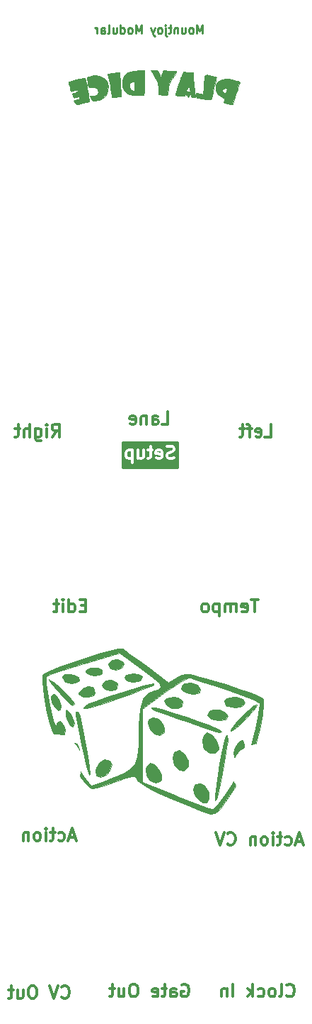
<source format=gbr>
G04 #@! TF.FileFunction,Legend,Bot*
%FSLAX46Y46*%
G04 Gerber Fmt 4.6, Leading zero omitted, Abs format (unit mm)*
G04 Created by KiCad (PCBNEW 4.0.7) date 11/03/18 15:48:41*
%MOMM*%
%LPD*%
G01*
G04 APERTURE LIST*
%ADD10C,0.100000*%
%ADD11C,0.250000*%
%ADD12C,0.300000*%
%ADD13C,0.010000*%
%ADD14C,0.254000*%
%ADD15C,7.100000*%
%ADD16C,7.400000*%
%ADD17C,6.400000*%
%ADD18C,3.600000*%
G04 APERTURE END LIST*
D10*
D11*
X129280953Y-43552381D02*
X129280953Y-42552381D01*
X128947619Y-43266667D01*
X128614286Y-42552381D01*
X128614286Y-43552381D01*
X127995239Y-43552381D02*
X128090477Y-43504762D01*
X128138096Y-43457143D01*
X128185715Y-43361905D01*
X128185715Y-43076190D01*
X128138096Y-42980952D01*
X128090477Y-42933333D01*
X127995239Y-42885714D01*
X127852381Y-42885714D01*
X127757143Y-42933333D01*
X127709524Y-42980952D01*
X127661905Y-43076190D01*
X127661905Y-43361905D01*
X127709524Y-43457143D01*
X127757143Y-43504762D01*
X127852381Y-43552381D01*
X127995239Y-43552381D01*
X126804762Y-42885714D02*
X126804762Y-43552381D01*
X127233334Y-42885714D02*
X127233334Y-43409524D01*
X127185715Y-43504762D01*
X127090477Y-43552381D01*
X126947619Y-43552381D01*
X126852381Y-43504762D01*
X126804762Y-43457143D01*
X126328572Y-42885714D02*
X126328572Y-43552381D01*
X126328572Y-42980952D02*
X126280953Y-42933333D01*
X126185715Y-42885714D01*
X126042857Y-42885714D01*
X125947619Y-42933333D01*
X125900000Y-43028571D01*
X125900000Y-43552381D01*
X125566667Y-42885714D02*
X125185715Y-42885714D01*
X125423810Y-42552381D02*
X125423810Y-43409524D01*
X125376191Y-43504762D01*
X125280953Y-43552381D01*
X125185715Y-43552381D01*
X124852381Y-42885714D02*
X124852381Y-43742857D01*
X124900000Y-43838095D01*
X124995238Y-43885714D01*
X125042857Y-43885714D01*
X124852381Y-42552381D02*
X124900000Y-42600000D01*
X124852381Y-42647619D01*
X124804762Y-42600000D01*
X124852381Y-42552381D01*
X124852381Y-42647619D01*
X124233334Y-43552381D02*
X124328572Y-43504762D01*
X124376191Y-43457143D01*
X124423810Y-43361905D01*
X124423810Y-43076190D01*
X124376191Y-42980952D01*
X124328572Y-42933333D01*
X124233334Y-42885714D01*
X124090476Y-42885714D01*
X123995238Y-42933333D01*
X123947619Y-42980952D01*
X123900000Y-43076190D01*
X123900000Y-43361905D01*
X123947619Y-43457143D01*
X123995238Y-43504762D01*
X124090476Y-43552381D01*
X124233334Y-43552381D01*
X123566667Y-42885714D02*
X123328572Y-43552381D01*
X123090476Y-42885714D02*
X123328572Y-43552381D01*
X123423810Y-43790476D01*
X123471429Y-43838095D01*
X123566667Y-43885714D01*
X121947619Y-43552381D02*
X121947619Y-42552381D01*
X121614285Y-43266667D01*
X121280952Y-42552381D01*
X121280952Y-43552381D01*
X120661905Y-43552381D02*
X120757143Y-43504762D01*
X120804762Y-43457143D01*
X120852381Y-43361905D01*
X120852381Y-43076190D01*
X120804762Y-42980952D01*
X120757143Y-42933333D01*
X120661905Y-42885714D01*
X120519047Y-42885714D01*
X120423809Y-42933333D01*
X120376190Y-42980952D01*
X120328571Y-43076190D01*
X120328571Y-43361905D01*
X120376190Y-43457143D01*
X120423809Y-43504762D01*
X120519047Y-43552381D01*
X120661905Y-43552381D01*
X119471428Y-43552381D02*
X119471428Y-42552381D01*
X119471428Y-43504762D02*
X119566666Y-43552381D01*
X119757143Y-43552381D01*
X119852381Y-43504762D01*
X119900000Y-43457143D01*
X119947619Y-43361905D01*
X119947619Y-43076190D01*
X119900000Y-42980952D01*
X119852381Y-42933333D01*
X119757143Y-42885714D01*
X119566666Y-42885714D01*
X119471428Y-42933333D01*
X118566666Y-42885714D02*
X118566666Y-43552381D01*
X118995238Y-42885714D02*
X118995238Y-43409524D01*
X118947619Y-43504762D01*
X118852381Y-43552381D01*
X118709523Y-43552381D01*
X118614285Y-43504762D01*
X118566666Y-43457143D01*
X117947619Y-43552381D02*
X118042857Y-43504762D01*
X118090476Y-43409524D01*
X118090476Y-42552381D01*
X117138094Y-43552381D02*
X117138094Y-43028571D01*
X117185713Y-42933333D01*
X117280951Y-42885714D01*
X117471428Y-42885714D01*
X117566666Y-42933333D01*
X117138094Y-43504762D02*
X117233332Y-43552381D01*
X117471428Y-43552381D01*
X117566666Y-43504762D01*
X117614285Y-43409524D01*
X117614285Y-43314286D01*
X117566666Y-43219048D01*
X117471428Y-43171429D01*
X117233332Y-43171429D01*
X117138094Y-43123810D01*
X116661904Y-43552381D02*
X116661904Y-42885714D01*
X116661904Y-43076190D02*
X116614285Y-42980952D01*
X116566666Y-42933333D01*
X116471428Y-42885714D01*
X116376189Y-42885714D01*
D12*
X114042857Y-139450000D02*
X113328571Y-139450000D01*
X114185714Y-139878571D02*
X113685714Y-138378571D01*
X113185714Y-139878571D01*
X112042857Y-139807143D02*
X112185714Y-139878571D01*
X112471428Y-139878571D01*
X112614286Y-139807143D01*
X112685714Y-139735714D01*
X112757143Y-139592857D01*
X112757143Y-139164286D01*
X112685714Y-139021429D01*
X112614286Y-138950000D01*
X112471428Y-138878571D01*
X112185714Y-138878571D01*
X112042857Y-138950000D01*
X111614286Y-138878571D02*
X111042857Y-138878571D01*
X111400000Y-138378571D02*
X111400000Y-139664286D01*
X111328572Y-139807143D01*
X111185714Y-139878571D01*
X111042857Y-139878571D01*
X110542857Y-139878571D02*
X110542857Y-138878571D01*
X110542857Y-138378571D02*
X110614286Y-138450000D01*
X110542857Y-138521429D01*
X110471429Y-138450000D01*
X110542857Y-138378571D01*
X110542857Y-138521429D01*
X109614285Y-139878571D02*
X109757143Y-139807143D01*
X109828571Y-139735714D01*
X109900000Y-139592857D01*
X109900000Y-139164286D01*
X109828571Y-139021429D01*
X109757143Y-138950000D01*
X109614285Y-138878571D01*
X109400000Y-138878571D01*
X109257143Y-138950000D01*
X109185714Y-139021429D01*
X109114285Y-139164286D01*
X109114285Y-139592857D01*
X109185714Y-139735714D01*
X109257143Y-139807143D01*
X109400000Y-139878571D01*
X109614285Y-139878571D01*
X108471428Y-138878571D02*
X108471428Y-139878571D01*
X108471428Y-139021429D02*
X108400000Y-138950000D01*
X108257142Y-138878571D01*
X108042857Y-138878571D01*
X107900000Y-138950000D01*
X107828571Y-139092857D01*
X107828571Y-139878571D01*
X141207143Y-139950000D02*
X140492857Y-139950000D01*
X141350000Y-140378571D02*
X140850000Y-138878571D01*
X140350000Y-140378571D01*
X139207143Y-140307143D02*
X139350000Y-140378571D01*
X139635714Y-140378571D01*
X139778572Y-140307143D01*
X139850000Y-140235714D01*
X139921429Y-140092857D01*
X139921429Y-139664286D01*
X139850000Y-139521429D01*
X139778572Y-139450000D01*
X139635714Y-139378571D01*
X139350000Y-139378571D01*
X139207143Y-139450000D01*
X138778572Y-139378571D02*
X138207143Y-139378571D01*
X138564286Y-138878571D02*
X138564286Y-140164286D01*
X138492858Y-140307143D01*
X138350000Y-140378571D01*
X138207143Y-140378571D01*
X137707143Y-140378571D02*
X137707143Y-139378571D01*
X137707143Y-138878571D02*
X137778572Y-138950000D01*
X137707143Y-139021429D01*
X137635715Y-138950000D01*
X137707143Y-138878571D01*
X137707143Y-139021429D01*
X136778571Y-140378571D02*
X136921429Y-140307143D01*
X136992857Y-140235714D01*
X137064286Y-140092857D01*
X137064286Y-139664286D01*
X136992857Y-139521429D01*
X136921429Y-139450000D01*
X136778571Y-139378571D01*
X136564286Y-139378571D01*
X136421429Y-139450000D01*
X136350000Y-139521429D01*
X136278571Y-139664286D01*
X136278571Y-140092857D01*
X136350000Y-140235714D01*
X136421429Y-140307143D01*
X136564286Y-140378571D01*
X136778571Y-140378571D01*
X135635714Y-139378571D02*
X135635714Y-140378571D01*
X135635714Y-139521429D02*
X135564286Y-139450000D01*
X135421428Y-139378571D01*
X135207143Y-139378571D01*
X135064286Y-139450000D01*
X134992857Y-139592857D01*
X134992857Y-140378571D01*
X132278571Y-140235714D02*
X132350000Y-140307143D01*
X132564286Y-140378571D01*
X132707143Y-140378571D01*
X132921428Y-140307143D01*
X133064286Y-140164286D01*
X133135714Y-140021429D01*
X133207143Y-139735714D01*
X133207143Y-139521429D01*
X133135714Y-139235714D01*
X133064286Y-139092857D01*
X132921428Y-138950000D01*
X132707143Y-138878571D01*
X132564286Y-138878571D01*
X132350000Y-138950000D01*
X132278571Y-139021429D01*
X131850000Y-138878571D02*
X131350000Y-140378571D01*
X130850000Y-138878571D01*
X115285714Y-111792857D02*
X114785714Y-111792857D01*
X114571428Y-112578571D02*
X115285714Y-112578571D01*
X115285714Y-111078571D01*
X114571428Y-111078571D01*
X113285714Y-112578571D02*
X113285714Y-111078571D01*
X113285714Y-112507143D02*
X113428571Y-112578571D01*
X113714285Y-112578571D01*
X113857143Y-112507143D01*
X113928571Y-112435714D01*
X114000000Y-112292857D01*
X114000000Y-111864286D01*
X113928571Y-111721429D01*
X113857143Y-111650000D01*
X113714285Y-111578571D01*
X113428571Y-111578571D01*
X113285714Y-111650000D01*
X112571428Y-112578571D02*
X112571428Y-111578571D01*
X112571428Y-111078571D02*
X112642857Y-111150000D01*
X112571428Y-111221429D01*
X112500000Y-111150000D01*
X112571428Y-111078571D01*
X112571428Y-111221429D01*
X112071428Y-111578571D02*
X111499999Y-111578571D01*
X111857142Y-111078571D02*
X111857142Y-112364286D01*
X111785714Y-112507143D01*
X111642856Y-112578571D01*
X111499999Y-112578571D01*
X135928571Y-111078571D02*
X135071428Y-111078571D01*
X135499999Y-112578571D02*
X135499999Y-111078571D01*
X134000000Y-112507143D02*
X134142857Y-112578571D01*
X134428571Y-112578571D01*
X134571428Y-112507143D01*
X134642857Y-112364286D01*
X134642857Y-111792857D01*
X134571428Y-111650000D01*
X134428571Y-111578571D01*
X134142857Y-111578571D01*
X134000000Y-111650000D01*
X133928571Y-111792857D01*
X133928571Y-111935714D01*
X134642857Y-112078571D01*
X133285714Y-112578571D02*
X133285714Y-111578571D01*
X133285714Y-111721429D02*
X133214286Y-111650000D01*
X133071428Y-111578571D01*
X132857143Y-111578571D01*
X132714286Y-111650000D01*
X132642857Y-111792857D01*
X132642857Y-112578571D01*
X132642857Y-111792857D02*
X132571428Y-111650000D01*
X132428571Y-111578571D01*
X132214286Y-111578571D01*
X132071428Y-111650000D01*
X132000000Y-111792857D01*
X132000000Y-112578571D01*
X131285714Y-111578571D02*
X131285714Y-113078571D01*
X131285714Y-111650000D02*
X131142857Y-111578571D01*
X130857143Y-111578571D01*
X130714286Y-111650000D01*
X130642857Y-111721429D01*
X130571428Y-111864286D01*
X130571428Y-112292857D01*
X130642857Y-112435714D01*
X130714286Y-112507143D01*
X130857143Y-112578571D01*
X131142857Y-112578571D01*
X131285714Y-112507143D01*
X129714285Y-112578571D02*
X129857143Y-112507143D01*
X129928571Y-112435714D01*
X130000000Y-112292857D01*
X130000000Y-111864286D01*
X129928571Y-111721429D01*
X129857143Y-111650000D01*
X129714285Y-111578571D01*
X129500000Y-111578571D01*
X129357143Y-111650000D01*
X129285714Y-111721429D01*
X129214285Y-111864286D01*
X129214285Y-112292857D01*
X129285714Y-112435714D01*
X129357143Y-112507143D01*
X129500000Y-112578571D01*
X129714285Y-112578571D01*
X124435714Y-90178571D02*
X125150000Y-90178571D01*
X125150000Y-88678571D01*
X123292857Y-90178571D02*
X123292857Y-89392857D01*
X123364286Y-89250000D01*
X123507143Y-89178571D01*
X123792857Y-89178571D01*
X123935714Y-89250000D01*
X123292857Y-90107143D02*
X123435714Y-90178571D01*
X123792857Y-90178571D01*
X123935714Y-90107143D01*
X124007143Y-89964286D01*
X124007143Y-89821429D01*
X123935714Y-89678571D01*
X123792857Y-89607143D01*
X123435714Y-89607143D01*
X123292857Y-89535714D01*
X122578571Y-89178571D02*
X122578571Y-90178571D01*
X122578571Y-89321429D02*
X122507143Y-89250000D01*
X122364285Y-89178571D01*
X122150000Y-89178571D01*
X122007143Y-89250000D01*
X121935714Y-89392857D01*
X121935714Y-90178571D01*
X120650000Y-90107143D02*
X120792857Y-90178571D01*
X121078571Y-90178571D01*
X121221428Y-90107143D01*
X121292857Y-89964286D01*
X121292857Y-89392857D01*
X121221428Y-89250000D01*
X121078571Y-89178571D01*
X120792857Y-89178571D01*
X120650000Y-89250000D01*
X120578571Y-89392857D01*
X120578571Y-89535714D01*
X121292857Y-89678571D01*
X111278571Y-91678571D02*
X111778571Y-90964286D01*
X112135714Y-91678571D02*
X112135714Y-90178571D01*
X111564286Y-90178571D01*
X111421428Y-90250000D01*
X111350000Y-90321429D01*
X111278571Y-90464286D01*
X111278571Y-90678571D01*
X111350000Y-90821429D01*
X111421428Y-90892857D01*
X111564286Y-90964286D01*
X112135714Y-90964286D01*
X110635714Y-91678571D02*
X110635714Y-90678571D01*
X110635714Y-90178571D02*
X110707143Y-90250000D01*
X110635714Y-90321429D01*
X110564286Y-90250000D01*
X110635714Y-90178571D01*
X110635714Y-90321429D01*
X109278571Y-90678571D02*
X109278571Y-91892857D01*
X109350000Y-92035714D01*
X109421428Y-92107143D01*
X109564285Y-92178571D01*
X109778571Y-92178571D01*
X109921428Y-92107143D01*
X109278571Y-91607143D02*
X109421428Y-91678571D01*
X109707142Y-91678571D01*
X109850000Y-91607143D01*
X109921428Y-91535714D01*
X109992857Y-91392857D01*
X109992857Y-90964286D01*
X109921428Y-90821429D01*
X109850000Y-90750000D01*
X109707142Y-90678571D01*
X109421428Y-90678571D01*
X109278571Y-90750000D01*
X108564285Y-91678571D02*
X108564285Y-90178571D01*
X107921428Y-91678571D02*
X107921428Y-90892857D01*
X107992857Y-90750000D01*
X108135714Y-90678571D01*
X108349999Y-90678571D01*
X108492857Y-90750000D01*
X108564285Y-90821429D01*
X107421428Y-90678571D02*
X106849999Y-90678571D01*
X107207142Y-90178571D02*
X107207142Y-91464286D01*
X107135714Y-91607143D01*
X106992856Y-91678571D01*
X106849999Y-91678571D01*
X136735714Y-91678571D02*
X137450000Y-91678571D01*
X137450000Y-90178571D01*
X135664286Y-91607143D02*
X135807143Y-91678571D01*
X136092857Y-91678571D01*
X136235714Y-91607143D01*
X136307143Y-91464286D01*
X136307143Y-90892857D01*
X136235714Y-90750000D01*
X136092857Y-90678571D01*
X135807143Y-90678571D01*
X135664286Y-90750000D01*
X135592857Y-90892857D01*
X135592857Y-91035714D01*
X136307143Y-91178571D01*
X135164286Y-90678571D02*
X134592857Y-90678571D01*
X134950000Y-91678571D02*
X134950000Y-90392857D01*
X134878572Y-90250000D01*
X134735714Y-90178571D01*
X134592857Y-90178571D01*
X134307143Y-90678571D02*
X133735714Y-90678571D01*
X134092857Y-90178571D02*
X134092857Y-91464286D01*
X134021429Y-91607143D01*
X133878571Y-91678571D01*
X133735714Y-91678571D01*
X126821429Y-157050000D02*
X126964286Y-156978571D01*
X127178572Y-156978571D01*
X127392857Y-157050000D01*
X127535715Y-157192857D01*
X127607143Y-157335714D01*
X127678572Y-157621429D01*
X127678572Y-157835714D01*
X127607143Y-158121429D01*
X127535715Y-158264286D01*
X127392857Y-158407143D01*
X127178572Y-158478571D01*
X127035715Y-158478571D01*
X126821429Y-158407143D01*
X126750000Y-158335714D01*
X126750000Y-157835714D01*
X127035715Y-157835714D01*
X125464286Y-158478571D02*
X125464286Y-157692857D01*
X125535715Y-157550000D01*
X125678572Y-157478571D01*
X125964286Y-157478571D01*
X126107143Y-157550000D01*
X125464286Y-158407143D02*
X125607143Y-158478571D01*
X125964286Y-158478571D01*
X126107143Y-158407143D01*
X126178572Y-158264286D01*
X126178572Y-158121429D01*
X126107143Y-157978571D01*
X125964286Y-157907143D01*
X125607143Y-157907143D01*
X125464286Y-157835714D01*
X124964286Y-157478571D02*
X124392857Y-157478571D01*
X124750000Y-156978571D02*
X124750000Y-158264286D01*
X124678572Y-158407143D01*
X124535714Y-158478571D01*
X124392857Y-158478571D01*
X123321429Y-158407143D02*
X123464286Y-158478571D01*
X123750000Y-158478571D01*
X123892857Y-158407143D01*
X123964286Y-158264286D01*
X123964286Y-157692857D01*
X123892857Y-157550000D01*
X123750000Y-157478571D01*
X123464286Y-157478571D01*
X123321429Y-157550000D01*
X123250000Y-157692857D01*
X123250000Y-157835714D01*
X123964286Y-157978571D01*
X121178572Y-156978571D02*
X120892858Y-156978571D01*
X120750000Y-157050000D01*
X120607143Y-157192857D01*
X120535715Y-157478571D01*
X120535715Y-157978571D01*
X120607143Y-158264286D01*
X120750000Y-158407143D01*
X120892858Y-158478571D01*
X121178572Y-158478571D01*
X121321429Y-158407143D01*
X121464286Y-158264286D01*
X121535715Y-157978571D01*
X121535715Y-157478571D01*
X121464286Y-157192857D01*
X121321429Y-157050000D01*
X121178572Y-156978571D01*
X119250000Y-157478571D02*
X119250000Y-158478571D01*
X119892857Y-157478571D02*
X119892857Y-158264286D01*
X119821429Y-158407143D01*
X119678571Y-158478571D01*
X119464286Y-158478571D01*
X119321429Y-158407143D01*
X119250000Y-158335714D01*
X118750000Y-157478571D02*
X118178571Y-157478571D01*
X118535714Y-156978571D02*
X118535714Y-158264286D01*
X118464286Y-158407143D01*
X118321428Y-158478571D01*
X118178571Y-158478571D01*
X112442857Y-158535714D02*
X112514286Y-158607143D01*
X112728572Y-158678571D01*
X112871429Y-158678571D01*
X113085714Y-158607143D01*
X113228572Y-158464286D01*
X113300000Y-158321429D01*
X113371429Y-158035714D01*
X113371429Y-157821429D01*
X113300000Y-157535714D01*
X113228572Y-157392857D01*
X113085714Y-157250000D01*
X112871429Y-157178571D01*
X112728572Y-157178571D01*
X112514286Y-157250000D01*
X112442857Y-157321429D01*
X112014286Y-157178571D02*
X111514286Y-158678571D01*
X111014286Y-157178571D01*
X109085715Y-157178571D02*
X108800001Y-157178571D01*
X108657143Y-157250000D01*
X108514286Y-157392857D01*
X108442858Y-157678571D01*
X108442858Y-158178571D01*
X108514286Y-158464286D01*
X108657143Y-158607143D01*
X108800001Y-158678571D01*
X109085715Y-158678571D01*
X109228572Y-158607143D01*
X109371429Y-158464286D01*
X109442858Y-158178571D01*
X109442858Y-157678571D01*
X109371429Y-157392857D01*
X109228572Y-157250000D01*
X109085715Y-157178571D01*
X107157143Y-157678571D02*
X107157143Y-158678571D01*
X107800000Y-157678571D02*
X107800000Y-158464286D01*
X107728572Y-158607143D01*
X107585714Y-158678571D01*
X107371429Y-158678571D01*
X107228572Y-158607143D01*
X107157143Y-158535714D01*
X106657143Y-157678571D02*
X106085714Y-157678571D01*
X106442857Y-157178571D02*
X106442857Y-158464286D01*
X106371429Y-158607143D01*
X106228571Y-158678571D01*
X106085714Y-158678571D01*
X139364285Y-158335714D02*
X139435714Y-158407143D01*
X139650000Y-158478571D01*
X139792857Y-158478571D01*
X140007142Y-158407143D01*
X140150000Y-158264286D01*
X140221428Y-158121429D01*
X140292857Y-157835714D01*
X140292857Y-157621429D01*
X140221428Y-157335714D01*
X140150000Y-157192857D01*
X140007142Y-157050000D01*
X139792857Y-156978571D01*
X139650000Y-156978571D01*
X139435714Y-157050000D01*
X139364285Y-157121429D01*
X138507142Y-158478571D02*
X138650000Y-158407143D01*
X138721428Y-158264286D01*
X138721428Y-156978571D01*
X137721428Y-158478571D02*
X137864286Y-158407143D01*
X137935714Y-158335714D01*
X138007143Y-158192857D01*
X138007143Y-157764286D01*
X137935714Y-157621429D01*
X137864286Y-157550000D01*
X137721428Y-157478571D01*
X137507143Y-157478571D01*
X137364286Y-157550000D01*
X137292857Y-157621429D01*
X137221428Y-157764286D01*
X137221428Y-158192857D01*
X137292857Y-158335714D01*
X137364286Y-158407143D01*
X137507143Y-158478571D01*
X137721428Y-158478571D01*
X135935714Y-158407143D02*
X136078571Y-158478571D01*
X136364285Y-158478571D01*
X136507143Y-158407143D01*
X136578571Y-158335714D01*
X136650000Y-158192857D01*
X136650000Y-157764286D01*
X136578571Y-157621429D01*
X136507143Y-157550000D01*
X136364285Y-157478571D01*
X136078571Y-157478571D01*
X135935714Y-157550000D01*
X135292857Y-158478571D02*
X135292857Y-156978571D01*
X135150000Y-157907143D02*
X134721429Y-158478571D01*
X134721429Y-157478571D02*
X135292857Y-158050000D01*
X132935714Y-158478571D02*
X132935714Y-156978571D01*
X132221428Y-157478571D02*
X132221428Y-158478571D01*
X132221428Y-157621429D02*
X132150000Y-157550000D01*
X132007142Y-157478571D01*
X131792857Y-157478571D01*
X131650000Y-157550000D01*
X131578571Y-157692857D01*
X131578571Y-158478571D01*
D13*
G36*
X118197985Y-117182178D02*
X116846266Y-117545699D01*
X115304942Y-118016276D01*
X113728790Y-118542989D01*
X112272586Y-119074921D01*
X111091106Y-119561155D01*
X110339127Y-119950772D01*
X110155309Y-120124393D01*
X110119064Y-120727802D01*
X110214660Y-121809528D01*
X110408959Y-123161890D01*
X110668825Y-124577208D01*
X110961118Y-125847803D01*
X111188563Y-126600000D01*
X111635758Y-127582129D01*
X112324881Y-128807825D01*
X113159095Y-130136049D01*
X114041560Y-131425764D01*
X114875436Y-132535933D01*
X115563886Y-133325519D01*
X116010071Y-133653483D01*
X116033037Y-133655556D01*
X116675184Y-133535813D01*
X117735137Y-133222916D01*
X118900020Y-132815006D01*
X120087203Y-132379026D01*
X120785203Y-132184352D01*
X121164522Y-132222037D01*
X121395661Y-132483136D01*
X121500606Y-132678564D01*
X121944318Y-133052420D01*
X122909509Y-133605475D01*
X124255523Y-134273228D01*
X125841706Y-134991181D01*
X127527401Y-135694836D01*
X129171955Y-136319695D01*
X130203766Y-136669469D01*
X130770273Y-136591116D01*
X131441864Y-135960018D01*
X131815449Y-135460472D01*
X133209063Y-133412703D01*
X134237033Y-131734817D01*
X134983421Y-130253033D01*
X135532290Y-128793568D01*
X135967701Y-127182639D01*
X136095689Y-126611908D01*
X136434731Y-124838942D01*
X136575453Y-123605397D01*
X136152777Y-123605397D01*
X136076152Y-124160395D01*
X135871865Y-125209065D01*
X135578300Y-126559339D01*
X135456588Y-127088997D01*
X134977630Y-128842719D01*
X134370909Y-130369141D01*
X133507903Y-131957816D01*
X132788527Y-133099881D01*
X131935214Y-134362655D01*
X131199131Y-135366911D01*
X130675888Y-135986930D01*
X130487894Y-136125000D01*
X130050511Y-136000374D01*
X129097588Y-135660516D01*
X127766969Y-135156453D01*
X126196499Y-134539216D01*
X126100401Y-134500796D01*
X122041666Y-132876592D01*
X122041666Y-124179028D01*
X124706540Y-122232893D01*
X125719051Y-121531773D01*
X124303785Y-121531773D01*
X124021285Y-121827681D01*
X123516443Y-121949824D01*
X122702901Y-122267942D01*
X122146034Y-122998650D01*
X121811500Y-124227494D01*
X121664961Y-126040022D01*
X121653724Y-126590301D01*
X121614555Y-128466652D01*
X121499036Y-129780061D01*
X121232807Y-130673139D01*
X120741508Y-131288496D01*
X119950780Y-131768745D01*
X118786265Y-132256496D01*
X118677027Y-132299215D01*
X117461830Y-132765169D01*
X116513276Y-133112867D01*
X116012676Y-133276143D01*
X115987873Y-133280597D01*
X115704738Y-133013780D01*
X115160051Y-132285583D01*
X114458003Y-131237984D01*
X114256709Y-130921528D01*
X113470591Y-129675041D01*
X112769025Y-128567824D01*
X112286813Y-127812530D01*
X112240298Y-127740520D01*
X111915069Y-127184109D01*
X112012283Y-127068207D01*
X112295768Y-127160902D01*
X112781588Y-127161892D01*
X112820127Y-126619098D01*
X112655312Y-126099687D01*
X112274852Y-125588072D01*
X111898919Y-125730590D01*
X111747495Y-126140631D01*
X111633562Y-126091783D01*
X111422612Y-125467365D01*
X111150267Y-124384785D01*
X110985988Y-123630716D01*
X110730228Y-122222711D01*
X110591145Y-121078672D01*
X110586564Y-120370600D01*
X110634499Y-120238676D01*
X111069551Y-120032966D01*
X112040770Y-119678722D01*
X113406902Y-119224672D01*
X115026694Y-118719539D01*
X115121329Y-118690943D01*
X119313491Y-117426370D01*
X121906071Y-119279157D01*
X123277371Y-120309243D01*
X124066212Y-121042871D01*
X124303785Y-121531773D01*
X125719051Y-121531773D01*
X125911283Y-121398661D01*
X126930795Y-120776384D01*
X127616878Y-120452569D01*
X127793345Y-120431080D01*
X128280935Y-120590450D01*
X129290627Y-120915670D01*
X130672232Y-121358495D01*
X132184028Y-121841482D01*
X134114727Y-122500140D01*
X135421375Y-123042952D01*
X136077095Y-123457974D01*
X136152777Y-123605397D01*
X136575453Y-123605397D01*
X136577770Y-123585091D01*
X136517314Y-122921602D01*
X136488567Y-122875364D01*
X136042398Y-122627930D01*
X135056981Y-122234066D01*
X133670458Y-121744700D01*
X132020970Y-121210765D01*
X131730333Y-121121063D01*
X129923529Y-120572677D01*
X128657096Y-120215708D01*
X127797691Y-120032005D01*
X127211972Y-120003418D01*
X126766596Y-120111795D01*
X126328220Y-120338987D01*
X126263704Y-120376945D01*
X125225775Y-120990065D01*
X122663582Y-119101902D01*
X121478936Y-118234408D01*
X120488741Y-117519432D01*
X119845905Y-117066956D01*
X119713503Y-116979970D01*
X119205323Y-116976629D01*
X118197985Y-117182178D01*
X118197985Y-117182178D01*
G37*
X118197985Y-117182178D02*
X116846266Y-117545699D01*
X115304942Y-118016276D01*
X113728790Y-118542989D01*
X112272586Y-119074921D01*
X111091106Y-119561155D01*
X110339127Y-119950772D01*
X110155309Y-120124393D01*
X110119064Y-120727802D01*
X110214660Y-121809528D01*
X110408959Y-123161890D01*
X110668825Y-124577208D01*
X110961118Y-125847803D01*
X111188563Y-126600000D01*
X111635758Y-127582129D01*
X112324881Y-128807825D01*
X113159095Y-130136049D01*
X114041560Y-131425764D01*
X114875436Y-132535933D01*
X115563886Y-133325519D01*
X116010071Y-133653483D01*
X116033037Y-133655556D01*
X116675184Y-133535813D01*
X117735137Y-133222916D01*
X118900020Y-132815006D01*
X120087203Y-132379026D01*
X120785203Y-132184352D01*
X121164522Y-132222037D01*
X121395661Y-132483136D01*
X121500606Y-132678564D01*
X121944318Y-133052420D01*
X122909509Y-133605475D01*
X124255523Y-134273228D01*
X125841706Y-134991181D01*
X127527401Y-135694836D01*
X129171955Y-136319695D01*
X130203766Y-136669469D01*
X130770273Y-136591116D01*
X131441864Y-135960018D01*
X131815449Y-135460472D01*
X133209063Y-133412703D01*
X134237033Y-131734817D01*
X134983421Y-130253033D01*
X135532290Y-128793568D01*
X135967701Y-127182639D01*
X136095689Y-126611908D01*
X136434731Y-124838942D01*
X136575453Y-123605397D01*
X136152777Y-123605397D01*
X136076152Y-124160395D01*
X135871865Y-125209065D01*
X135578300Y-126559339D01*
X135456588Y-127088997D01*
X134977630Y-128842719D01*
X134370909Y-130369141D01*
X133507903Y-131957816D01*
X132788527Y-133099881D01*
X131935214Y-134362655D01*
X131199131Y-135366911D01*
X130675888Y-135986930D01*
X130487894Y-136125000D01*
X130050511Y-136000374D01*
X129097588Y-135660516D01*
X127766969Y-135156453D01*
X126196499Y-134539216D01*
X126100401Y-134500796D01*
X122041666Y-132876592D01*
X122041666Y-124179028D01*
X124706540Y-122232893D01*
X125719051Y-121531773D01*
X124303785Y-121531773D01*
X124021285Y-121827681D01*
X123516443Y-121949824D01*
X122702901Y-122267942D01*
X122146034Y-122998650D01*
X121811500Y-124227494D01*
X121664961Y-126040022D01*
X121653724Y-126590301D01*
X121614555Y-128466652D01*
X121499036Y-129780061D01*
X121232807Y-130673139D01*
X120741508Y-131288496D01*
X119950780Y-131768745D01*
X118786265Y-132256496D01*
X118677027Y-132299215D01*
X117461830Y-132765169D01*
X116513276Y-133112867D01*
X116012676Y-133276143D01*
X115987873Y-133280597D01*
X115704738Y-133013780D01*
X115160051Y-132285583D01*
X114458003Y-131237984D01*
X114256709Y-130921528D01*
X113470591Y-129675041D01*
X112769025Y-128567824D01*
X112286813Y-127812530D01*
X112240298Y-127740520D01*
X111915069Y-127184109D01*
X112012283Y-127068207D01*
X112295768Y-127160902D01*
X112781588Y-127161892D01*
X112820127Y-126619098D01*
X112655312Y-126099687D01*
X112274852Y-125588072D01*
X111898919Y-125730590D01*
X111747495Y-126140631D01*
X111633562Y-126091783D01*
X111422612Y-125467365D01*
X111150267Y-124384785D01*
X110985988Y-123630716D01*
X110730228Y-122222711D01*
X110591145Y-121078672D01*
X110586564Y-120370600D01*
X110634499Y-120238676D01*
X111069551Y-120032966D01*
X112040770Y-119678722D01*
X113406902Y-119224672D01*
X115026694Y-118719539D01*
X115121329Y-118690943D01*
X119313491Y-117426370D01*
X121906071Y-119279157D01*
X123277371Y-120309243D01*
X124066212Y-121042871D01*
X124303785Y-121531773D01*
X125719051Y-121531773D01*
X125911283Y-121398661D01*
X126930795Y-120776384D01*
X127616878Y-120452569D01*
X127793345Y-120431080D01*
X128280935Y-120590450D01*
X129290627Y-120915670D01*
X130672232Y-121358495D01*
X132184028Y-121841482D01*
X134114727Y-122500140D01*
X135421375Y-123042952D01*
X136077095Y-123457974D01*
X136152777Y-123605397D01*
X136575453Y-123605397D01*
X136577770Y-123585091D01*
X136517314Y-122921602D01*
X136488567Y-122875364D01*
X136042398Y-122627930D01*
X135056981Y-122234066D01*
X133670458Y-121744700D01*
X132020970Y-121210765D01*
X131730333Y-121121063D01*
X129923529Y-120572677D01*
X128657096Y-120215708D01*
X127797691Y-120032005D01*
X127211972Y-120003418D01*
X126766596Y-120111795D01*
X126328220Y-120338987D01*
X126263704Y-120376945D01*
X125225775Y-120990065D01*
X122663582Y-119101902D01*
X121478936Y-118234408D01*
X120488741Y-117519432D01*
X119845905Y-117066956D01*
X119713503Y-116979970D01*
X119205323Y-116976629D01*
X118197985Y-117182178D01*
G36*
X128383137Y-133143510D02*
X128157907Y-133682450D01*
X128345901Y-134402856D01*
X128579946Y-134727029D01*
X129285792Y-135327174D01*
X129778349Y-135285559D01*
X130046382Y-134842328D01*
X130038834Y-134012208D01*
X129540636Y-133290656D01*
X128970149Y-133012122D01*
X128383137Y-133143510D01*
X128383137Y-133143510D01*
G37*
X128383137Y-133143510D02*
X128157907Y-133682450D01*
X128345901Y-134402856D01*
X128579946Y-134727029D01*
X129285792Y-135327174D01*
X129778349Y-135285559D01*
X130046382Y-134842328D01*
X130038834Y-134012208D01*
X129540636Y-133290656D01*
X128970149Y-133012122D01*
X128383137Y-133143510D01*
G36*
X132083244Y-127353295D02*
X131875421Y-127964443D01*
X131617287Y-129087838D01*
X131327775Y-130661769D01*
X131213380Y-131365738D01*
X130935311Y-133239504D01*
X130789640Y-134475849D01*
X130777248Y-135059347D01*
X130899013Y-134974568D01*
X131027355Y-134625695D01*
X131216204Y-133890735D01*
X131466103Y-132717518D01*
X131736723Y-131323457D01*
X131987737Y-129925963D01*
X132178815Y-128742446D01*
X132269630Y-127990319D01*
X132272222Y-127914581D01*
X132221822Y-127316104D01*
X132083244Y-127353295D01*
X132083244Y-127353295D01*
G37*
X132083244Y-127353295D02*
X131875421Y-127964443D01*
X131617287Y-129087838D01*
X131327775Y-130661769D01*
X131213380Y-131365738D01*
X130935311Y-133239504D01*
X130789640Y-134475849D01*
X130777248Y-135059347D01*
X130899013Y-134974568D01*
X131027355Y-134625695D01*
X131216204Y-133890735D01*
X131466103Y-132717518D01*
X131736723Y-131323457D01*
X131987737Y-129925963D01*
X132178815Y-128742446D01*
X132269630Y-127990319D01*
X132272222Y-127914581D01*
X132221822Y-127316104D01*
X132083244Y-127353295D01*
G36*
X122989321Y-130576080D02*
X122566249Y-131003674D01*
X122453508Y-131320487D01*
X122549234Y-132081088D01*
X123010792Y-132664436D01*
X123632372Y-132933247D01*
X124208161Y-132750238D01*
X124344310Y-132581709D01*
X124340273Y-132046794D01*
X123997032Y-131353430D01*
X123496433Y-130770784D01*
X123020323Y-130568023D01*
X122989321Y-130576080D01*
X122989321Y-130576080D01*
G37*
X122989321Y-130576080D02*
X122566249Y-131003674D01*
X122453508Y-131320487D01*
X122549234Y-132081088D01*
X123010792Y-132664436D01*
X123632372Y-132933247D01*
X124208161Y-132750238D01*
X124344310Y-132581709D01*
X124340273Y-132046794D01*
X123997032Y-131353430D01*
X123496433Y-130770784D01*
X123020323Y-130568023D01*
X122989321Y-130576080D01*
G36*
X125848792Y-129343387D02*
X125673404Y-130025549D01*
X125907469Y-130805767D01*
X126467410Y-131402499D01*
X127092028Y-131493879D01*
X127544387Y-131046468D01*
X127547959Y-131037289D01*
X127542843Y-130305710D01*
X127171444Y-129556307D01*
X126611677Y-129101662D01*
X126427905Y-129069445D01*
X125848792Y-129343387D01*
X125848792Y-129343387D01*
G37*
X125848792Y-129343387D02*
X125673404Y-130025549D01*
X125907469Y-130805767D01*
X126467410Y-131402499D01*
X127092028Y-131493879D01*
X127544387Y-131046468D01*
X127547959Y-131037289D01*
X127542843Y-130305710D01*
X127171444Y-129556307D01*
X126611677Y-129101662D01*
X126427905Y-129069445D01*
X125848792Y-129343387D01*
G36*
X133706847Y-127927624D02*
X133453095Y-128201484D01*
X133064321Y-129005276D01*
X132977777Y-129489649D01*
X133164185Y-130033639D01*
X133580379Y-130075772D01*
X134011811Y-129662262D01*
X134185049Y-129229610D01*
X134282445Y-128340927D01*
X134096275Y-127869331D01*
X133706847Y-127927624D01*
X133706847Y-127927624D01*
G37*
X133706847Y-127927624D02*
X133453095Y-128201484D01*
X133064321Y-129005276D01*
X132977777Y-129489649D01*
X133164185Y-130033639D01*
X133580379Y-130075772D01*
X134011811Y-129662262D01*
X134185049Y-129229610D01*
X134282445Y-128340927D01*
X134096275Y-127869331D01*
X133706847Y-127927624D01*
G36*
X129425674Y-127245275D02*
X129244443Y-127909411D01*
X129312812Y-128625159D01*
X129464050Y-128909985D01*
X130113197Y-129359520D01*
X130769586Y-129374479D01*
X131177284Y-128979451D01*
X131213889Y-128741865D01*
X130985422Y-127998233D01*
X130456559Y-127304149D01*
X129862106Y-126957014D01*
X129801352Y-126952778D01*
X129425674Y-127245275D01*
X129425674Y-127245275D01*
G37*
X129425674Y-127245275D02*
X129244443Y-127909411D01*
X129312812Y-128625159D01*
X129464050Y-128909985D01*
X130113197Y-129359520D01*
X130769586Y-129374479D01*
X131177284Y-128979451D01*
X131213889Y-128741865D01*
X130985422Y-127998233D01*
X130456559Y-127304149D01*
X129862106Y-126957014D01*
X129801352Y-126952778D01*
X129425674Y-127245275D01*
G36*
X122865109Y-125433255D02*
X122747222Y-125823889D01*
X122974785Y-126600906D01*
X123514831Y-127134725D01*
X124153390Y-127299760D01*
X124676495Y-126970424D01*
X124682994Y-126960069D01*
X124703053Y-126408525D01*
X124515013Y-125901736D01*
X123985831Y-125356930D01*
X123351735Y-125197065D01*
X122865109Y-125433255D01*
X122865109Y-125433255D01*
G37*
X122865109Y-125433255D02*
X122747222Y-125823889D01*
X122974785Y-126600906D01*
X123514831Y-127134725D01*
X124153390Y-127299760D01*
X124676495Y-126970424D01*
X124682994Y-126960069D01*
X124703053Y-126408525D01*
X124515013Y-125901736D01*
X123985831Y-125356930D01*
X123351735Y-125197065D01*
X122865109Y-125433255D01*
G36*
X135439667Y-123753955D02*
X134789321Y-124287906D01*
X134036111Y-125012500D01*
X133261810Y-125853373D01*
X132771023Y-126488844D01*
X132669004Y-126761597D01*
X132985333Y-126623823D01*
X133635678Y-126089873D01*
X134388889Y-125365278D01*
X135163189Y-124524406D01*
X135653977Y-123888934D01*
X135755996Y-123616182D01*
X135439667Y-123753955D01*
X135439667Y-123753955D01*
G37*
X135439667Y-123753955D02*
X134789321Y-124287906D01*
X134036111Y-125012500D01*
X133261810Y-125853373D01*
X132771023Y-126488844D01*
X132669004Y-126761597D01*
X132985333Y-126623823D01*
X133635678Y-126089873D01*
X134388889Y-125365278D01*
X135163189Y-124524406D01*
X135653977Y-123888934D01*
X135755996Y-123616182D01*
X135439667Y-123753955D01*
G36*
X123162684Y-123950279D02*
X123279153Y-124186695D01*
X123490480Y-124287272D01*
X124013604Y-124471928D01*
X125038679Y-124833892D01*
X126402377Y-125315487D01*
X127509722Y-125706581D01*
X129345197Y-126343042D01*
X130586807Y-126741387D01*
X131299021Y-126917283D01*
X131546307Y-126886399D01*
X131393134Y-126664401D01*
X131372639Y-126645366D01*
X130910377Y-126406264D01*
X129968177Y-126034036D01*
X128705782Y-125581121D01*
X127282935Y-125099957D01*
X125859378Y-124642984D01*
X124594854Y-124262640D01*
X123649107Y-124011365D01*
X123181878Y-123941597D01*
X123162684Y-123950279D01*
X123162684Y-123950279D01*
G37*
X123162684Y-123950279D02*
X123279153Y-124186695D01*
X123490480Y-124287272D01*
X124013604Y-124471928D01*
X125038679Y-124833892D01*
X126402377Y-125315487D01*
X127509722Y-125706581D01*
X129345197Y-126343042D01*
X130586807Y-126741387D01*
X131299021Y-126917283D01*
X131546307Y-126886399D01*
X131393134Y-126664401D01*
X131372639Y-126645366D01*
X130910377Y-126406264D01*
X129968177Y-126034036D01*
X128705782Y-125581121D01*
X127282935Y-125099957D01*
X125859378Y-124642984D01*
X124594854Y-124262640D01*
X123649107Y-124011365D01*
X123181878Y-123941597D01*
X123162684Y-123950279D01*
G36*
X130089909Y-124407869D02*
X129874885Y-124936707D01*
X130253218Y-125350947D01*
X131112715Y-125539478D01*
X131234708Y-125541667D01*
X132056351Y-125382826D01*
X132272222Y-125019222D01*
X131973809Y-124560257D01*
X131288540Y-124262103D01*
X130531373Y-124212993D01*
X130089909Y-124407869D01*
X130089909Y-124407869D01*
G37*
X130089909Y-124407869D02*
X129874885Y-124936707D01*
X130253218Y-125350947D01*
X131112715Y-125539478D01*
X131234708Y-125541667D01*
X132056351Y-125382826D01*
X132272222Y-125019222D01*
X131973809Y-124560257D01*
X131288540Y-124262103D01*
X130531373Y-124212993D01*
X130089909Y-124407869D01*
G36*
X132132090Y-122879859D02*
X131919444Y-123248611D01*
X132094617Y-123718301D01*
X132243369Y-123777778D01*
X132851920Y-123889973D01*
X133037119Y-123950461D01*
X133728808Y-123932701D01*
X133993113Y-123813514D01*
X134313961Y-123376543D01*
X134051468Y-122977920D01*
X133322681Y-122741232D01*
X132956958Y-122719445D01*
X132132090Y-122879859D01*
X132132090Y-122879859D01*
G37*
X132132090Y-122879859D02*
X131919444Y-123248611D01*
X132094617Y-123718301D01*
X132243369Y-123777778D01*
X132851920Y-123889973D01*
X133037119Y-123950461D01*
X133728808Y-123932701D01*
X133993113Y-123813514D01*
X134313961Y-123376543D01*
X134051468Y-122977920D01*
X133322681Y-122741232D01*
X132956958Y-122719445D01*
X132132090Y-122879859D01*
G36*
X124924350Y-122857967D02*
X124691456Y-123252803D01*
X124910145Y-123657125D01*
X125560623Y-124054820D01*
X126320865Y-124085566D01*
X126804166Y-123777778D01*
X126862489Y-123197209D01*
X126356174Y-122804911D01*
X125783809Y-122719445D01*
X124924350Y-122857967D01*
X124924350Y-122857967D01*
G37*
X124924350Y-122857967D02*
X124691456Y-123252803D01*
X124910145Y-123657125D01*
X125560623Y-124054820D01*
X126320865Y-124085566D01*
X126804166Y-123777778D01*
X126862489Y-123197209D01*
X126356174Y-122804911D01*
X125783809Y-122719445D01*
X124924350Y-122857967D01*
G36*
X127113135Y-121115421D02*
X126854622Y-121293156D01*
X126729415Y-121747216D01*
X127165550Y-122132886D01*
X128019703Y-122346359D01*
X128329339Y-122361265D01*
X128947816Y-122211159D01*
X129031291Y-121749306D01*
X128628887Y-121234928D01*
X127880485Y-121000787D01*
X127113135Y-121115421D01*
X127113135Y-121115421D01*
G37*
X127113135Y-121115421D02*
X126854622Y-121293156D01*
X126729415Y-121747216D01*
X127165550Y-122132886D01*
X128019703Y-122346359D01*
X128329339Y-122361265D01*
X128947816Y-122211159D01*
X129031291Y-121749306D01*
X128628887Y-121234928D01*
X127880485Y-121000787D01*
X127113135Y-121115421D01*
G36*
X116977452Y-130504142D02*
X116532090Y-131194465D01*
X116460880Y-131486723D01*
X116597074Y-132073387D01*
X117087640Y-132259732D01*
X117704657Y-132043866D01*
X118181380Y-131501015D01*
X118399998Y-130780047D01*
X118184083Y-130362417D01*
X117602048Y-130178555D01*
X116977452Y-130504142D01*
X116977452Y-130504142D01*
G37*
X116977452Y-130504142D02*
X116532090Y-131194465D01*
X116460880Y-131486723D01*
X116597074Y-132073387D01*
X117087640Y-132259732D01*
X117704657Y-132043866D01*
X118181380Y-131501015D01*
X118399998Y-130780047D01*
X118184083Y-130362417D01*
X117602048Y-130178555D01*
X116977452Y-130504142D01*
G36*
X114158170Y-124489887D02*
X114133172Y-124513125D01*
X114137905Y-124899918D01*
X114274185Y-125796473D01*
X114504681Y-127027503D01*
X114792060Y-128417723D01*
X115098991Y-129791848D01*
X115388141Y-130974592D01*
X115622179Y-131790670D01*
X115739976Y-132057569D01*
X115771393Y-131827018D01*
X115687829Y-131032773D01*
X115505924Y-129804309D01*
X115280388Y-128481777D01*
X114945971Y-126669341D01*
X114693990Y-125458893D01*
X114496996Y-124755473D01*
X114327539Y-124464124D01*
X114158170Y-124489887D01*
X114158170Y-124489887D01*
G37*
X114158170Y-124489887D02*
X114133172Y-124513125D01*
X114137905Y-124899918D01*
X114274185Y-125796473D01*
X114504681Y-127027503D01*
X114792060Y-128417723D01*
X115098991Y-129791848D01*
X115388141Y-130974592D01*
X115622179Y-131790670D01*
X115739976Y-132057569D01*
X115771393Y-131827018D01*
X115687829Y-131032773D01*
X115505924Y-129804309D01*
X115280388Y-128481777D01*
X114945971Y-126669341D01*
X114693990Y-125458893D01*
X114496996Y-124755473D01*
X114327539Y-124464124D01*
X114158170Y-124489887D01*
G36*
X113890812Y-128210346D02*
X113590632Y-128756790D01*
X113837874Y-129585106D01*
X114092947Y-129972157D01*
X114480412Y-130438784D01*
X114606155Y-130313803D01*
X114622114Y-129892048D01*
X114525570Y-128940951D01*
X114259172Y-128315611D01*
X113904054Y-128202605D01*
X113890812Y-128210346D01*
X113890812Y-128210346D01*
G37*
X113890812Y-128210346D02*
X113590632Y-128756790D01*
X113837874Y-129585106D01*
X114092947Y-129972157D01*
X114480412Y-130438784D01*
X114606155Y-130313803D01*
X114622114Y-129892048D01*
X114525570Y-128940951D01*
X114259172Y-128315611D01*
X113904054Y-128202605D01*
X113890812Y-128210346D01*
G36*
X112907764Y-124346740D02*
X112949652Y-124985295D01*
X113140786Y-125674911D01*
X113469762Y-126132939D01*
X113783184Y-126229276D01*
X113927656Y-125833824D01*
X113927778Y-125814880D01*
X113723046Y-125168787D01*
X113390624Y-124638954D01*
X113018803Y-124212943D01*
X112907764Y-124346740D01*
X112907764Y-124346740D01*
G37*
X112907764Y-124346740D02*
X112949652Y-124985295D01*
X113140786Y-125674911D01*
X113469762Y-126132939D01*
X113783184Y-126229276D01*
X113927656Y-125833824D01*
X113927778Y-125814880D01*
X113723046Y-125168787D01*
X113390624Y-124638954D01*
X113018803Y-124212943D01*
X112907764Y-124346740D01*
G36*
X111135043Y-122646887D02*
X111105555Y-122828407D01*
X111267481Y-123419974D01*
X111634912Y-123994530D01*
X112030324Y-124327141D01*
X112245008Y-124272193D01*
X112285044Y-123708016D01*
X112050453Y-122991330D01*
X111678275Y-122458950D01*
X111469701Y-122366667D01*
X111135043Y-122646887D01*
X111135043Y-122646887D01*
G37*
X111135043Y-122646887D02*
X111105555Y-122828407D01*
X111267481Y-123419974D01*
X111634912Y-123994530D01*
X112030324Y-124327141D01*
X112245008Y-124272193D01*
X112285044Y-123708016D01*
X112050453Y-122991330D01*
X111678275Y-122458950D01*
X111469701Y-122366667D01*
X111135043Y-122646887D01*
G36*
X123014684Y-121169064D02*
X122127997Y-121390221D01*
X120898368Y-121747765D01*
X119486055Y-122189850D01*
X118051313Y-122664631D01*
X116754400Y-123120261D01*
X115755572Y-123504896D01*
X115215085Y-123766689D01*
X115181045Y-123794511D01*
X115047706Y-124061514D01*
X115453230Y-124072458D01*
X116427797Y-123820376D01*
X118001589Y-123298301D01*
X119219444Y-122862262D01*
X120687140Y-122327652D01*
X121934921Y-121873984D01*
X122794654Y-121562345D01*
X123062298Y-121466100D01*
X123413442Y-121229434D01*
X123398175Y-121136138D01*
X123014684Y-121169064D01*
X123014684Y-121169064D01*
G37*
X123014684Y-121169064D02*
X122127997Y-121390221D01*
X120898368Y-121747765D01*
X119486055Y-122189850D01*
X118051313Y-122664631D01*
X116754400Y-123120261D01*
X115755572Y-123504896D01*
X115215085Y-123766689D01*
X115181045Y-123794511D01*
X115047706Y-124061514D01*
X115453230Y-124072458D01*
X116427797Y-123820376D01*
X118001589Y-123298301D01*
X119219444Y-122862262D01*
X120687140Y-122327652D01*
X121934921Y-121873984D01*
X122794654Y-121562345D01*
X123062298Y-121466100D01*
X123413442Y-121229434D01*
X123398175Y-121136138D01*
X123014684Y-121169064D01*
G36*
X110976488Y-120828014D02*
X111410770Y-121392906D01*
X112043015Y-122131230D01*
X112726290Y-122876763D01*
X113313661Y-123463280D01*
X113641654Y-123718982D01*
X113917986Y-123579767D01*
X113927778Y-123495449D01*
X113685913Y-123103912D01*
X113085469Y-122444462D01*
X112314168Y-121695683D01*
X111559732Y-121036160D01*
X111009885Y-120644479D01*
X110887100Y-120602778D01*
X110976488Y-120828014D01*
X110976488Y-120828014D01*
G37*
X110976488Y-120828014D02*
X111410770Y-121392906D01*
X112043015Y-122131230D01*
X112726290Y-122876763D01*
X113313661Y-123463280D01*
X113641654Y-123718982D01*
X113917986Y-123579767D01*
X113927778Y-123495449D01*
X113685913Y-123103912D01*
X113085469Y-122444462D01*
X112314168Y-121695683D01*
X111559732Y-121036160D01*
X111009885Y-120644479D01*
X110887100Y-120602778D01*
X110976488Y-120828014D01*
G36*
X114916342Y-121712117D02*
X114490354Y-122100422D01*
X114467883Y-122384367D01*
X114950314Y-122675636D01*
X115646043Y-122704205D01*
X116229387Y-122499321D01*
X116397222Y-122211098D01*
X116186949Y-121613578D01*
X116051735Y-121489229D01*
X115531493Y-121454870D01*
X114916342Y-121712117D01*
X114916342Y-121712117D01*
G37*
X114916342Y-121712117D02*
X114490354Y-122100422D01*
X114467883Y-122384367D01*
X114950314Y-122675636D01*
X115646043Y-122704205D01*
X116229387Y-122499321D01*
X116397222Y-122211098D01*
X116186949Y-121613578D01*
X116051735Y-121489229D01*
X115531493Y-121454870D01*
X114916342Y-121712117D01*
G36*
X117676797Y-120770164D02*
X117293392Y-121195141D01*
X117279166Y-121313165D01*
X117564345Y-121753805D01*
X118193623Y-121954687D01*
X118827611Y-121851135D01*
X119049584Y-121650547D01*
X119068740Y-121075831D01*
X118943956Y-120891734D01*
X118337570Y-120641035D01*
X117676797Y-120770164D01*
X117676797Y-120770164D01*
G37*
X117676797Y-120770164D02*
X117293392Y-121195141D01*
X117279166Y-121313165D01*
X117564345Y-121753805D01*
X118193623Y-121954687D01*
X118827611Y-121851135D01*
X119049584Y-121650547D01*
X119068740Y-121075831D01*
X118943956Y-120891734D01*
X118337570Y-120641035D01*
X117676797Y-120770164D01*
G36*
X112708618Y-120022071D02*
X112516666Y-120365214D01*
X112805388Y-120928512D01*
X113581096Y-121099979D01*
X114035494Y-121037209D01*
X114519613Y-120755549D01*
X114437108Y-120371566D01*
X113875193Y-120048090D01*
X113459599Y-119961985D01*
X112708618Y-120022071D01*
X112708618Y-120022071D01*
G37*
X112708618Y-120022071D02*
X112516666Y-120365214D01*
X112805388Y-120928512D01*
X113581096Y-121099979D01*
X114035494Y-121037209D01*
X114519613Y-120755549D01*
X114437108Y-120371566D01*
X113875193Y-120048090D01*
X113459599Y-119961985D01*
X112708618Y-120022071D01*
G36*
X120143116Y-120054990D02*
X119925000Y-120426389D01*
X120214842Y-120797697D01*
X120865542Y-120966217D01*
X121548859Y-120880662D01*
X121806481Y-120720371D01*
X122035477Y-120239575D01*
X121616940Y-119956382D01*
X120983333Y-119897223D01*
X120143116Y-120054990D01*
X120143116Y-120054990D01*
G37*
X120143116Y-120054990D02*
X119925000Y-120426389D01*
X120214842Y-120797697D01*
X120865542Y-120966217D01*
X121548859Y-120880662D01*
X121806481Y-120720371D01*
X122035477Y-120239575D01*
X121616940Y-119956382D01*
X120983333Y-119897223D01*
X120143116Y-120054990D01*
G36*
X115870028Y-119250026D02*
X115379220Y-119532344D01*
X115309287Y-119720834D01*
X115607962Y-120035379D01*
X116263445Y-120180654D01*
X116940225Y-120123411D01*
X117268211Y-119914949D01*
X117217528Y-119519067D01*
X116694081Y-119256749D01*
X115930282Y-119238521D01*
X115870028Y-119250026D01*
X115870028Y-119250026D01*
G37*
X115870028Y-119250026D02*
X115379220Y-119532344D01*
X115309287Y-119720834D01*
X115607962Y-120035379D01*
X116263445Y-120180654D01*
X116940225Y-120123411D01*
X117268211Y-119914949D01*
X117217528Y-119519067D01*
X116694081Y-119256749D01*
X115930282Y-119238521D01*
X115870028Y-119250026D01*
G36*
X118401821Y-118285847D02*
X118004342Y-118697132D01*
X117984722Y-118838889D01*
X118257683Y-119331648D01*
X118905425Y-119450263D01*
X119569273Y-119205915D01*
X119894713Y-118807930D01*
X119694939Y-118467718D01*
X119071312Y-118186379D01*
X118401821Y-118285847D01*
X118401821Y-118285847D01*
G37*
X118401821Y-118285847D02*
X118004342Y-118697132D01*
X117984722Y-118838889D01*
X118257683Y-119331648D01*
X118905425Y-119450263D01*
X119569273Y-119205915D01*
X119894713Y-118807930D01*
X119694939Y-118467718D01*
X119071312Y-118186379D01*
X118401821Y-118285847D01*
G36*
X131638207Y-49026395D02*
X131303218Y-49184467D01*
X131046757Y-49428083D01*
X130957470Y-49570910D01*
X130890274Y-49793378D01*
X130867781Y-50074906D01*
X130890048Y-50356066D01*
X130956507Y-50576227D01*
X131124089Y-50804719D01*
X131364833Y-51020282D01*
X131628347Y-51180587D01*
X131718763Y-51216513D01*
X131875222Y-51287377D01*
X131922653Y-51367607D01*
X131917725Y-51397860D01*
X131857333Y-51605963D01*
X131838952Y-51738522D01*
X131880903Y-51821038D01*
X132001509Y-51879009D01*
X132219092Y-51937932D01*
X132324744Y-51964302D01*
X132604182Y-52027947D01*
X132777772Y-52050589D01*
X132859362Y-52033673D01*
X132868026Y-52020942D01*
X132908582Y-51901792D01*
X132976995Y-51694115D01*
X133066449Y-51419201D01*
X133170126Y-51098342D01*
X133281209Y-50752829D01*
X133392880Y-50403952D01*
X133451854Y-50218847D01*
X132186174Y-50218847D01*
X132148776Y-50403078D01*
X132126645Y-50492138D01*
X132055290Y-50775515D01*
X131856770Y-50659917D01*
X131715576Y-50542647D01*
X131639602Y-50412235D01*
X131637501Y-50401164D01*
X131661319Y-50220755D01*
X131787683Y-50108941D01*
X131983526Y-50074500D01*
X132112796Y-50081543D01*
X132177263Y-50120664D01*
X132186174Y-50218847D01*
X133451854Y-50218847D01*
X133498321Y-50073004D01*
X133590715Y-49781273D01*
X133663245Y-49550053D01*
X133709094Y-49400633D01*
X133722000Y-49353973D01*
X133664745Y-49314513D01*
X133511902Y-49255825D01*
X133291858Y-49186241D01*
X133032998Y-49114095D01*
X132763709Y-49047719D01*
X132512377Y-48995447D01*
X132482659Y-48990150D01*
X132036447Y-48959683D01*
X131638207Y-49026395D01*
X131638207Y-49026395D01*
G37*
X131638207Y-49026395D02*
X131303218Y-49184467D01*
X131046757Y-49428083D01*
X130957470Y-49570910D01*
X130890274Y-49793378D01*
X130867781Y-50074906D01*
X130890048Y-50356066D01*
X130956507Y-50576227D01*
X131124089Y-50804719D01*
X131364833Y-51020282D01*
X131628347Y-51180587D01*
X131718763Y-51216513D01*
X131875222Y-51287377D01*
X131922653Y-51367607D01*
X131917725Y-51397860D01*
X131857333Y-51605963D01*
X131838952Y-51738522D01*
X131880903Y-51821038D01*
X132001509Y-51879009D01*
X132219092Y-51937932D01*
X132324744Y-51964302D01*
X132604182Y-52027947D01*
X132777772Y-52050589D01*
X132859362Y-52033673D01*
X132868026Y-52020942D01*
X132908582Y-51901792D01*
X132976995Y-51694115D01*
X133066449Y-51419201D01*
X133170126Y-51098342D01*
X133281209Y-50752829D01*
X133392880Y-50403952D01*
X133451854Y-50218847D01*
X132186174Y-50218847D01*
X132148776Y-50403078D01*
X132126645Y-50492138D01*
X132055290Y-50775515D01*
X131856770Y-50659917D01*
X131715576Y-50542647D01*
X131639602Y-50412235D01*
X131637501Y-50401164D01*
X131661319Y-50220755D01*
X131787683Y-50108941D01*
X131983526Y-50074500D01*
X132112796Y-50081543D01*
X132177263Y-50120664D01*
X132186174Y-50218847D01*
X133451854Y-50218847D01*
X133498321Y-50073004D01*
X133590715Y-49781273D01*
X133663245Y-49550053D01*
X133709094Y-49400633D01*
X133722000Y-49353973D01*
X133664745Y-49314513D01*
X133511902Y-49255825D01*
X133291858Y-49186241D01*
X133032998Y-49114095D01*
X132763709Y-49047719D01*
X132512377Y-48995447D01*
X132482659Y-48990150D01*
X132036447Y-48959683D01*
X131638207Y-49026395D01*
G36*
X115117548Y-48857715D02*
X115115327Y-48858039D01*
X114975603Y-48884738D01*
X114756852Y-48933575D01*
X114485557Y-48997876D01*
X114188203Y-49070967D01*
X113891271Y-49146175D01*
X113621248Y-49216826D01*
X113404616Y-49276248D01*
X113267859Y-49317765D01*
X113234302Y-49332031D01*
X113240082Y-49399409D01*
X113276362Y-49553486D01*
X113333139Y-49760594D01*
X113400411Y-49987065D01*
X113468176Y-50199231D01*
X113526431Y-50363422D01*
X113565173Y-50445971D01*
X113565278Y-50446094D01*
X113630614Y-50440186D01*
X113778854Y-50401356D01*
X113913332Y-50359143D01*
X114110692Y-50299843D01*
X114223481Y-50287132D01*
X114284500Y-50319100D01*
X114297413Y-50336798D01*
X114336137Y-50442474D01*
X114285458Y-50521462D01*
X114130456Y-50588638D01*
X114011478Y-50621857D01*
X113830196Y-50672160D01*
X113707118Y-50713891D01*
X113679654Y-50728180D01*
X113685166Y-50798376D01*
X113734628Y-50929424D01*
X113805408Y-51074025D01*
X113874876Y-51184881D01*
X113913778Y-51217500D01*
X113995963Y-51198033D01*
X114149711Y-51149216D01*
X114214485Y-51126842D01*
X114378929Y-51075069D01*
X114463180Y-51073189D01*
X114504115Y-51121854D01*
X114508219Y-51132035D01*
X114542592Y-51293077D01*
X114481293Y-51388765D01*
X114309481Y-51441975D01*
X114306875Y-51442417D01*
X114068027Y-51484216D01*
X113935210Y-51522261D01*
X113889668Y-51576401D01*
X113912645Y-51666485D01*
X113975559Y-51793035D01*
X114069046Y-51943236D01*
X114154929Y-52028326D01*
X114181166Y-52035967D01*
X114271003Y-52018659D01*
X114456269Y-51976930D01*
X114709195Y-51917200D01*
X114977822Y-51851854D01*
X115261534Y-51780530D01*
X115495916Y-51718942D01*
X115655857Y-51673871D01*
X115715993Y-51652512D01*
X115711555Y-51586252D01*
X115688280Y-51412951D01*
X115648928Y-51150719D01*
X115596256Y-50817664D01*
X115533026Y-50431896D01*
X115499724Y-50233250D01*
X115422972Y-49781022D01*
X115362920Y-49439000D01*
X115315359Y-49192121D01*
X115276077Y-49025324D01*
X115240865Y-48923546D01*
X115205513Y-48871727D01*
X115165811Y-48854804D01*
X115117548Y-48857715D01*
X115117548Y-48857715D01*
G37*
X115117548Y-48857715D02*
X115115327Y-48858039D01*
X114975603Y-48884738D01*
X114756852Y-48933575D01*
X114485557Y-48997876D01*
X114188203Y-49070967D01*
X113891271Y-49146175D01*
X113621248Y-49216826D01*
X113404616Y-49276248D01*
X113267859Y-49317765D01*
X113234302Y-49332031D01*
X113240082Y-49399409D01*
X113276362Y-49553486D01*
X113333139Y-49760594D01*
X113400411Y-49987065D01*
X113468176Y-50199231D01*
X113526431Y-50363422D01*
X113565173Y-50445971D01*
X113565278Y-50446094D01*
X113630614Y-50440186D01*
X113778854Y-50401356D01*
X113913332Y-50359143D01*
X114110692Y-50299843D01*
X114223481Y-50287132D01*
X114284500Y-50319100D01*
X114297413Y-50336798D01*
X114336137Y-50442474D01*
X114285458Y-50521462D01*
X114130456Y-50588638D01*
X114011478Y-50621857D01*
X113830196Y-50672160D01*
X113707118Y-50713891D01*
X113679654Y-50728180D01*
X113685166Y-50798376D01*
X113734628Y-50929424D01*
X113805408Y-51074025D01*
X113874876Y-51184881D01*
X113913778Y-51217500D01*
X113995963Y-51198033D01*
X114149711Y-51149216D01*
X114214485Y-51126842D01*
X114378929Y-51075069D01*
X114463180Y-51073189D01*
X114504115Y-51121854D01*
X114508219Y-51132035D01*
X114542592Y-51293077D01*
X114481293Y-51388765D01*
X114309481Y-51441975D01*
X114306875Y-51442417D01*
X114068027Y-51484216D01*
X113935210Y-51522261D01*
X113889668Y-51576401D01*
X113912645Y-51666485D01*
X113975559Y-51793035D01*
X114069046Y-51943236D01*
X114154929Y-52028326D01*
X114181166Y-52035967D01*
X114271003Y-52018659D01*
X114456269Y-51976930D01*
X114709195Y-51917200D01*
X114977822Y-51851854D01*
X115261534Y-51780530D01*
X115495916Y-51718942D01*
X115655857Y-51673871D01*
X115715993Y-51652512D01*
X115711555Y-51586252D01*
X115688280Y-51412951D01*
X115648928Y-51150719D01*
X115596256Y-50817664D01*
X115533026Y-50431896D01*
X115499724Y-50233250D01*
X115422972Y-49781022D01*
X115362920Y-49439000D01*
X115315359Y-49192121D01*
X115276077Y-49025324D01*
X115240865Y-48923546D01*
X115205513Y-48871727D01*
X115165811Y-48854804D01*
X115117548Y-48857715D01*
G36*
X116264997Y-48577044D02*
X116006590Y-48615982D01*
X115765054Y-48667188D01*
X115570837Y-48722538D01*
X115454388Y-48773905D01*
X115434480Y-48798676D01*
X115444427Y-48883808D01*
X115469455Y-49055458D01*
X115503454Y-49274923D01*
X115540317Y-49503499D01*
X115573934Y-49702485D01*
X115596383Y-49824377D01*
X115621953Y-49913679D01*
X115673756Y-49959289D01*
X115784082Y-49971661D01*
X115985219Y-49961247D01*
X116013010Y-49959251D01*
X116332963Y-49960405D01*
X116556437Y-50023606D01*
X116702051Y-50157222D01*
X116768105Y-50298580D01*
X116791927Y-50542666D01*
X116705849Y-50753786D01*
X116525953Y-50915017D01*
X116268320Y-51009436D01*
X116075903Y-51027000D01*
X115816651Y-51027000D01*
X115955479Y-51312750D01*
X116048196Y-51484697D01*
X116132658Y-51568823D01*
X116247600Y-51595292D01*
X116319779Y-51596426D01*
X116513874Y-51573683D01*
X116753490Y-51518193D01*
X116873390Y-51480957D01*
X117275420Y-51294609D01*
X117580016Y-51041028D01*
X117805741Y-50704690D01*
X117808686Y-50698807D01*
X117945090Y-50299909D01*
X117973152Y-49890451D01*
X117896386Y-49496935D01*
X117718307Y-49145860D01*
X117581150Y-48983149D01*
X117266727Y-48754232D01*
X116881676Y-48611715D01*
X116456335Y-48564958D01*
X116264997Y-48577044D01*
X116264997Y-48577044D01*
G37*
X116264997Y-48577044D02*
X116006590Y-48615982D01*
X115765054Y-48667188D01*
X115570837Y-48722538D01*
X115454388Y-48773905D01*
X115434480Y-48798676D01*
X115444427Y-48883808D01*
X115469455Y-49055458D01*
X115503454Y-49274923D01*
X115540317Y-49503499D01*
X115573934Y-49702485D01*
X115596383Y-49824377D01*
X115621953Y-49913679D01*
X115673756Y-49959289D01*
X115784082Y-49971661D01*
X115985219Y-49961247D01*
X116013010Y-49959251D01*
X116332963Y-49960405D01*
X116556437Y-50023606D01*
X116702051Y-50157222D01*
X116768105Y-50298580D01*
X116791927Y-50542666D01*
X116705849Y-50753786D01*
X116525953Y-50915017D01*
X116268320Y-51009436D01*
X116075903Y-51027000D01*
X115816651Y-51027000D01*
X115955479Y-51312750D01*
X116048196Y-51484697D01*
X116132658Y-51568823D01*
X116247600Y-51595292D01*
X116319779Y-51596426D01*
X116513874Y-51573683D01*
X116753490Y-51518193D01*
X116873390Y-51480957D01*
X117275420Y-51294609D01*
X117580016Y-51041028D01*
X117805741Y-50704690D01*
X117808686Y-50698807D01*
X117945090Y-50299909D01*
X117973152Y-49890451D01*
X117896386Y-49496935D01*
X117718307Y-49145860D01*
X117581150Y-48983149D01*
X117266727Y-48754232D01*
X116881676Y-48611715D01*
X116456335Y-48564958D01*
X116264997Y-48577044D01*
G36*
X129661593Y-48498504D02*
X129580100Y-48541661D01*
X129539650Y-48633786D01*
X129519148Y-48782130D01*
X129509370Y-48883875D01*
X129486677Y-49113323D01*
X129455886Y-49424025D01*
X129421468Y-49770858D01*
X129395370Y-50033563D01*
X129320540Y-50786377D01*
X129108270Y-50747938D01*
X128884819Y-50707444D01*
X128688700Y-50671867D01*
X128481400Y-50634234D01*
X128504594Y-50925867D01*
X128526348Y-51098417D01*
X128555046Y-51203274D01*
X128569020Y-51217921D01*
X128644418Y-51228311D01*
X128818530Y-51256242D01*
X129064968Y-51297385D01*
X129340500Y-51344500D01*
X129701049Y-51406389D01*
X129956214Y-51445508D01*
X130125937Y-51459656D01*
X130230159Y-51446629D01*
X130288821Y-51404225D01*
X130321863Y-51330240D01*
X130346535Y-51233375D01*
X130509942Y-50564906D01*
X130648154Y-49994193D01*
X130760057Y-49525958D01*
X130844536Y-49164926D01*
X130900478Y-48915823D01*
X130926768Y-48783372D01*
X130928757Y-48764943D01*
X130870206Y-48722639D01*
X130713617Y-48669676D01*
X130486498Y-48614548D01*
X130363274Y-48590318D01*
X130032085Y-48530084D01*
X129805223Y-48497062D01*
X129661593Y-48498504D01*
X129661593Y-48498504D01*
G37*
X129661593Y-48498504D02*
X129580100Y-48541661D01*
X129539650Y-48633786D01*
X129519148Y-48782130D01*
X129509370Y-48883875D01*
X129486677Y-49113323D01*
X129455886Y-49424025D01*
X129421468Y-49770858D01*
X129395370Y-50033563D01*
X129320540Y-50786377D01*
X129108270Y-50747938D01*
X128884819Y-50707444D01*
X128688700Y-50671867D01*
X128481400Y-50634234D01*
X128504594Y-50925867D01*
X128526348Y-51098417D01*
X128555046Y-51203274D01*
X128569020Y-51217921D01*
X128644418Y-51228311D01*
X128818530Y-51256242D01*
X129064968Y-51297385D01*
X129340500Y-51344500D01*
X129701049Y-51406389D01*
X129956214Y-51445508D01*
X130125937Y-51459656D01*
X130230159Y-51446629D01*
X130288821Y-51404225D01*
X130321863Y-51330240D01*
X130346535Y-51233375D01*
X130509942Y-50564906D01*
X130648154Y-49994193D01*
X130760057Y-49525958D01*
X130844536Y-49164926D01*
X130900478Y-48915823D01*
X130926768Y-48783372D01*
X130928757Y-48764943D01*
X130870206Y-48722639D01*
X130713617Y-48669676D01*
X130486498Y-48614548D01*
X130363274Y-48590318D01*
X130032085Y-48530084D01*
X129805223Y-48497062D01*
X129661593Y-48498504D01*
G36*
X126997502Y-48142193D02*
X126941147Y-48212134D01*
X126870115Y-48355395D01*
X126777375Y-48586703D01*
X126655895Y-48920784D01*
X126618922Y-49025766D01*
X126455498Y-49500176D01*
X126313278Y-49929307D01*
X126196478Y-50299221D01*
X126109313Y-50595981D01*
X126055999Y-50805648D01*
X126040752Y-50914284D01*
X126044409Y-50925264D01*
X126115351Y-50941490D01*
X126281268Y-50963490D01*
X126510513Y-50987249D01*
X126587923Y-50994207D01*
X126843268Y-51014544D01*
X127000051Y-51017772D01*
X127086131Y-50998919D01*
X127129365Y-50953013D01*
X127151789Y-50893578D01*
X127184895Y-50806494D01*
X127226155Y-50795987D01*
X127305589Y-50869203D01*
X127375649Y-50946880D01*
X127553316Y-51145724D01*
X127654622Y-50991112D01*
X127763565Y-50864344D01*
X127842121Y-50851274D01*
X127878725Y-50952033D01*
X127880000Y-50988580D01*
X127897659Y-51088660D01*
X127973772Y-51139772D01*
X128137300Y-51165197D01*
X128301789Y-51176951D01*
X128400467Y-51176534D01*
X128410837Y-51173496D01*
X128409391Y-51108196D01*
X128394412Y-50939660D01*
X128368211Y-50690660D01*
X128349287Y-50525353D01*
X127799483Y-50525353D01*
X127601617Y-50482959D01*
X127448973Y-50445142D01*
X127357165Y-50413155D01*
X127356598Y-50412826D01*
X127353896Y-50346937D01*
X127399665Y-50218075D01*
X127472533Y-50069336D01*
X127551123Y-49943818D01*
X127614064Y-49884614D01*
X127618877Y-49884000D01*
X127660455Y-49940512D01*
X127708587Y-50085303D01*
X127736077Y-50204676D01*
X127799483Y-50525353D01*
X128349287Y-50525353D01*
X128333101Y-50383966D01*
X128317143Y-50250754D01*
X128272073Y-49865209D01*
X128228494Y-49467940D01*
X128191114Y-49103377D01*
X128164637Y-48815949D01*
X128162782Y-48793309D01*
X128118352Y-48242369D01*
X127634051Y-48200902D01*
X127386480Y-48177221D01*
X127180050Y-48152991D01*
X127054785Y-48132981D01*
X127046212Y-48130846D01*
X126997502Y-48142193D01*
X126997502Y-48142193D01*
G37*
X126997502Y-48142193D02*
X126941147Y-48212134D01*
X126870115Y-48355395D01*
X126777375Y-48586703D01*
X126655895Y-48920784D01*
X126618922Y-49025766D01*
X126455498Y-49500176D01*
X126313278Y-49929307D01*
X126196478Y-50299221D01*
X126109313Y-50595981D01*
X126055999Y-50805648D01*
X126040752Y-50914284D01*
X126044409Y-50925264D01*
X126115351Y-50941490D01*
X126281268Y-50963490D01*
X126510513Y-50987249D01*
X126587923Y-50994207D01*
X126843268Y-51014544D01*
X127000051Y-51017772D01*
X127086131Y-50998919D01*
X127129365Y-50953013D01*
X127151789Y-50893578D01*
X127184895Y-50806494D01*
X127226155Y-50795987D01*
X127305589Y-50869203D01*
X127375649Y-50946880D01*
X127553316Y-51145724D01*
X127654622Y-50991112D01*
X127763565Y-50864344D01*
X127842121Y-50851274D01*
X127878725Y-50952033D01*
X127880000Y-50988580D01*
X127897659Y-51088660D01*
X127973772Y-51139772D01*
X128137300Y-51165197D01*
X128301789Y-51176951D01*
X128400467Y-51176534D01*
X128410837Y-51173496D01*
X128409391Y-51108196D01*
X128394412Y-50939660D01*
X128368211Y-50690660D01*
X128349287Y-50525353D01*
X127799483Y-50525353D01*
X127601617Y-50482959D01*
X127448973Y-50445142D01*
X127357165Y-50413155D01*
X127356598Y-50412826D01*
X127353896Y-50346937D01*
X127399665Y-50218075D01*
X127472533Y-50069336D01*
X127551123Y-49943818D01*
X127614064Y-49884614D01*
X127618877Y-49884000D01*
X127660455Y-49940512D01*
X127708587Y-50085303D01*
X127736077Y-50204676D01*
X127799483Y-50525353D01*
X128349287Y-50525353D01*
X128333101Y-50383966D01*
X128317143Y-50250754D01*
X128272073Y-49865209D01*
X128228494Y-49467940D01*
X128191114Y-49103377D01*
X128164637Y-48815949D01*
X128162782Y-48793309D01*
X128118352Y-48242369D01*
X127634051Y-48200902D01*
X127386480Y-48177221D01*
X127180050Y-48152991D01*
X127054785Y-48132981D01*
X127046212Y-48130846D01*
X126997502Y-48142193D01*
G36*
X119284839Y-48191090D02*
X119128041Y-48205241D01*
X118910419Y-48228417D01*
X118664526Y-48256902D01*
X118422916Y-48286984D01*
X118218141Y-48314946D01*
X118127904Y-48328926D01*
X117932558Y-48361616D01*
X118139991Y-49424433D01*
X118212826Y-49804384D01*
X118279958Y-50167038D01*
X118336091Y-50482852D01*
X118375929Y-50722288D01*
X118390278Y-50820625D01*
X118433134Y-51154000D01*
X118695692Y-51142906D01*
X118943219Y-51129063D01*
X119200758Y-51109911D01*
X119228125Y-51107504D01*
X119498000Y-51083197D01*
X119498000Y-50771484D01*
X119494511Y-50626835D01*
X119484935Y-50395511D01*
X119470611Y-50100597D01*
X119452878Y-49765182D01*
X119433077Y-49412353D01*
X119412544Y-49065197D01*
X119392620Y-48746801D01*
X119374643Y-48480252D01*
X119359953Y-48288638D01*
X119349889Y-48195046D01*
X119348261Y-48189679D01*
X119284839Y-48191090D01*
X119284839Y-48191090D01*
G37*
X119284839Y-48191090D02*
X119128041Y-48205241D01*
X118910419Y-48228417D01*
X118664526Y-48256902D01*
X118422916Y-48286984D01*
X118218141Y-48314946D01*
X118127904Y-48328926D01*
X117932558Y-48361616D01*
X118139991Y-49424433D01*
X118212826Y-49804384D01*
X118279958Y-50167038D01*
X118336091Y-50482852D01*
X118375929Y-50722288D01*
X118390278Y-50820625D01*
X118433134Y-51154000D01*
X118695692Y-51142906D01*
X118943219Y-51129063D01*
X119200758Y-51109911D01*
X119228125Y-51107504D01*
X119498000Y-51083197D01*
X119498000Y-50771484D01*
X119494511Y-50626835D01*
X119484935Y-50395511D01*
X119470611Y-50100597D01*
X119452878Y-49765182D01*
X119433077Y-49412353D01*
X119412544Y-49065197D01*
X119392620Y-48746801D01*
X119374643Y-48480252D01*
X119359953Y-48288638D01*
X119349889Y-48195046D01*
X119348261Y-48189679D01*
X119284839Y-48191090D01*
G36*
X121097158Y-48012716D02*
X120610599Y-48115095D01*
X120227022Y-48287982D01*
X119943918Y-48533221D01*
X119758777Y-48852658D01*
X119669090Y-49248136D01*
X119659234Y-49471250D01*
X119707195Y-49913951D01*
X119850153Y-50276747D01*
X120094871Y-50571083D01*
X120448115Y-50808399D01*
X120450500Y-50809635D01*
X120620301Y-50863361D01*
X120879731Y-50906289D01*
X121191684Y-50935846D01*
X121519056Y-50949460D01*
X121824743Y-50944560D01*
X122057626Y-50921035D01*
X122194996Y-50875388D01*
X122259666Y-50816045D01*
X122267726Y-50732900D01*
X122276970Y-50542334D01*
X122286745Y-50263912D01*
X122296396Y-49917199D01*
X122297461Y-49869717D01*
X121149000Y-49869717D01*
X121149000Y-50405767D01*
X120974375Y-50364743D01*
X120806767Y-50287332D01*
X120656875Y-50163818D01*
X120547368Y-49965380D01*
X120515585Y-49734666D01*
X120566604Y-49526110D01*
X120593375Y-49483155D01*
X120695517Y-49400679D01*
X120847758Y-49329205D01*
X121000337Y-49286565D01*
X121103493Y-49290592D01*
X121112471Y-49297136D01*
X121129145Y-49373290D01*
X121141826Y-49544457D01*
X121148476Y-49778665D01*
X121149000Y-49869717D01*
X122297461Y-49869717D01*
X122305269Y-49521760D01*
X122308349Y-49360125D01*
X122333368Y-47979000D01*
X121689210Y-47979000D01*
X121097158Y-48012716D01*
X121097158Y-48012716D01*
G37*
X121097158Y-48012716D02*
X120610599Y-48115095D01*
X120227022Y-48287982D01*
X119943918Y-48533221D01*
X119758777Y-48852658D01*
X119669090Y-49248136D01*
X119659234Y-49471250D01*
X119707195Y-49913951D01*
X119850153Y-50276747D01*
X120094871Y-50571083D01*
X120448115Y-50808399D01*
X120450500Y-50809635D01*
X120620301Y-50863361D01*
X120879731Y-50906289D01*
X121191684Y-50935846D01*
X121519056Y-50949460D01*
X121824743Y-50944560D01*
X122057626Y-50921035D01*
X122194996Y-50875388D01*
X122259666Y-50816045D01*
X122267726Y-50732900D01*
X122276970Y-50542334D01*
X122286745Y-50263912D01*
X122296396Y-49917199D01*
X122297461Y-49869717D01*
X121149000Y-49869717D01*
X121149000Y-50405767D01*
X120974375Y-50364743D01*
X120806767Y-50287332D01*
X120656875Y-50163818D01*
X120547368Y-49965380D01*
X120515585Y-49734666D01*
X120566604Y-49526110D01*
X120593375Y-49483155D01*
X120695517Y-49400679D01*
X120847758Y-49329205D01*
X121000337Y-49286565D01*
X121103493Y-49290592D01*
X121112471Y-49297136D01*
X121129145Y-49373290D01*
X121141826Y-49544457D01*
X121148476Y-49778665D01*
X121149000Y-49869717D01*
X122297461Y-49869717D01*
X122305269Y-49521760D01*
X122308349Y-49360125D01*
X122333368Y-47979000D01*
X121689210Y-47979000D01*
X121097158Y-48012716D01*
G36*
X124445778Y-48403388D02*
X124252966Y-48833130D01*
X124140294Y-48580690D01*
X124057381Y-48376661D01*
X123993541Y-48188375D01*
X123984101Y-48153625D01*
X123953550Y-48060046D01*
X123899704Y-48007762D01*
X123790886Y-47984783D01*
X123595417Y-47979117D01*
X123522768Y-47979000D01*
X123104956Y-47979000D01*
X123248885Y-48217125D01*
X123492131Y-48623982D01*
X123675835Y-48948208D01*
X123808488Y-49214412D01*
X123898581Y-49447203D01*
X123954604Y-49671190D01*
X123985048Y-49910983D01*
X123998403Y-50191192D01*
X124001865Y-50399566D01*
X124006500Y-50819883D01*
X124244625Y-50859242D01*
X124470785Y-50885895D01*
X124709048Y-50897395D01*
X124920776Y-50893812D01*
X125067334Y-50875217D01*
X125107167Y-50857666D01*
X125134622Y-50772502D01*
X125151164Y-50612082D01*
X125152841Y-50556041D01*
X125166200Y-50357658D01*
X125197804Y-50094365D01*
X125237322Y-49843759D01*
X125285255Y-49634609D01*
X125358764Y-49426522D01*
X125468647Y-49199614D01*
X125625706Y-48933999D01*
X125840741Y-48609792D01*
X126124552Y-48207109D01*
X126131505Y-48197421D01*
X126169757Y-48110356D01*
X126163255Y-48085901D01*
X126091918Y-48072222D01*
X125919791Y-48054494D01*
X125672919Y-48035038D01*
X125386170Y-48016678D01*
X124638590Y-47973647D01*
X124445778Y-48403388D01*
X124445778Y-48403388D01*
G37*
X124445778Y-48403388D02*
X124252966Y-48833130D01*
X124140294Y-48580690D01*
X124057381Y-48376661D01*
X123993541Y-48188375D01*
X123984101Y-48153625D01*
X123953550Y-48060046D01*
X123899704Y-48007762D01*
X123790886Y-47984783D01*
X123595417Y-47979117D01*
X123522768Y-47979000D01*
X123104956Y-47979000D01*
X123248885Y-48217125D01*
X123492131Y-48623982D01*
X123675835Y-48948208D01*
X123808488Y-49214412D01*
X123898581Y-49447203D01*
X123954604Y-49671190D01*
X123985048Y-49910983D01*
X123998403Y-50191192D01*
X124001865Y-50399566D01*
X124006500Y-50819883D01*
X124244625Y-50859242D01*
X124470785Y-50885895D01*
X124709048Y-50897395D01*
X124920776Y-50893812D01*
X125067334Y-50875217D01*
X125107167Y-50857666D01*
X125134622Y-50772502D01*
X125151164Y-50612082D01*
X125152841Y-50556041D01*
X125166200Y-50357658D01*
X125197804Y-50094365D01*
X125237322Y-49843759D01*
X125285255Y-49634609D01*
X125358764Y-49426522D01*
X125468647Y-49199614D01*
X125625706Y-48933999D01*
X125840741Y-48609792D01*
X126124552Y-48207109D01*
X126131505Y-48197421D01*
X126169757Y-48110356D01*
X126163255Y-48085901D01*
X126091918Y-48072222D01*
X125919791Y-48054494D01*
X125672919Y-48035038D01*
X125386170Y-48016678D01*
X124638590Y-47973647D01*
X124445778Y-48403388D01*
D14*
G36*
X126273000Y-95373000D02*
X119727000Y-95373000D01*
X119727000Y-92327000D01*
X126273000Y-92327000D01*
X126273000Y-95373000D01*
X126273000Y-95373000D01*
G37*
X126273000Y-95373000D02*
X119727000Y-95373000D01*
X119727000Y-92327000D01*
X126273000Y-92327000D01*
X126273000Y-95373000D01*
%LPC*%
D12*
X125857143Y-94207143D02*
X125642857Y-94278571D01*
X125285714Y-94278571D01*
X125142857Y-94207143D01*
X125071428Y-94135714D01*
X125000000Y-93992857D01*
X125000000Y-93850000D01*
X125071428Y-93707143D01*
X125142857Y-93635714D01*
X125285714Y-93564286D01*
X125571428Y-93492857D01*
X125714286Y-93421429D01*
X125785714Y-93350000D01*
X125857143Y-93207143D01*
X125857143Y-93064286D01*
X125785714Y-92921429D01*
X125714286Y-92850000D01*
X125571428Y-92778571D01*
X125214286Y-92778571D01*
X125000000Y-92850000D01*
X123785715Y-94207143D02*
X123928572Y-94278571D01*
X124214286Y-94278571D01*
X124357143Y-94207143D01*
X124428572Y-94064286D01*
X124428572Y-93492857D01*
X124357143Y-93350000D01*
X124214286Y-93278571D01*
X123928572Y-93278571D01*
X123785715Y-93350000D01*
X123714286Y-93492857D01*
X123714286Y-93635714D01*
X124428572Y-93778571D01*
X123285715Y-93278571D02*
X122714286Y-93278571D01*
X123071429Y-92778571D02*
X123071429Y-94064286D01*
X123000001Y-94207143D01*
X122857143Y-94278571D01*
X122714286Y-94278571D01*
X121571429Y-93278571D02*
X121571429Y-94278571D01*
X122214286Y-93278571D02*
X122214286Y-94064286D01*
X122142858Y-94207143D01*
X122000000Y-94278571D01*
X121785715Y-94278571D01*
X121642858Y-94207143D01*
X121571429Y-94135714D01*
X120857143Y-93278571D02*
X120857143Y-94778571D01*
X120857143Y-93350000D02*
X120714286Y-93278571D01*
X120428572Y-93278571D01*
X120285715Y-93350000D01*
X120214286Y-93421429D01*
X120142857Y-93564286D01*
X120142857Y-93992857D01*
X120214286Y-94135714D01*
X120285715Y-94207143D01*
X120428572Y-94278571D01*
X120714286Y-94278571D01*
X120857143Y-94207143D01*
D15*
X122750000Y-83250000D03*
X135750000Y-83250000D03*
X109750000Y-83250000D03*
X111300000Y-130700000D03*
D16*
X132500000Y-101500000D03*
X113500000Y-101500000D03*
D17*
X136000000Y-131500000D03*
X110000000Y-150000000D03*
X136000000Y-150000000D03*
X123000000Y-150000000D03*
D18*
X110400000Y-43000000D03*
X135700000Y-165500000D03*
M02*

</source>
